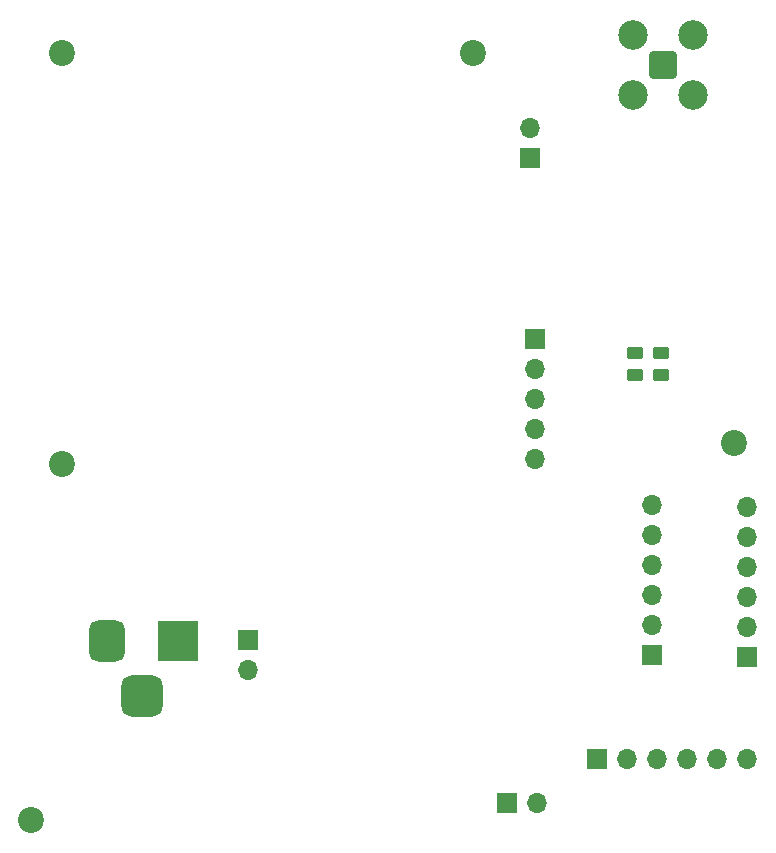
<source format=gbr>
%TF.GenerationSoftware,KiCad,Pcbnew,(6.0.7)*%
%TF.CreationDate,2022-10-02T00:57:54+02:00*%
%TF.ProjectId,sensor_modul,73656e73-6f72-45f6-9d6f-64756c2e6b69,rev?*%
%TF.SameCoordinates,Original*%
%TF.FileFunction,Soldermask,Bot*%
%TF.FilePolarity,Negative*%
%FSLAX46Y46*%
G04 Gerber Fmt 4.6, Leading zero omitted, Abs format (unit mm)*
G04 Created by KiCad (PCBNEW (6.0.7)) date 2022-10-02 00:57:54*
%MOMM*%
%LPD*%
G01*
G04 APERTURE LIST*
G04 Aperture macros list*
%AMRoundRect*
0 Rectangle with rounded corners*
0 $1 Rounding radius*
0 $2 $3 $4 $5 $6 $7 $8 $9 X,Y pos of 4 corners*
0 Add a 4 corners polygon primitive as box body*
4,1,4,$2,$3,$4,$5,$6,$7,$8,$9,$2,$3,0*
0 Add four circle primitives for the rounded corners*
1,1,$1+$1,$2,$3*
1,1,$1+$1,$4,$5*
1,1,$1+$1,$6,$7*
1,1,$1+$1,$8,$9*
0 Add four rect primitives between the rounded corners*
20,1,$1+$1,$2,$3,$4,$5,0*
20,1,$1+$1,$4,$5,$6,$7,0*
20,1,$1+$1,$6,$7,$8,$9,0*
20,1,$1+$1,$8,$9,$2,$3,0*%
G04 Aperture macros list end*
%ADD10RoundRect,0.200100X-0.949900X-0.949900X0.949900X-0.949900X0.949900X0.949900X-0.949900X0.949900X0*%
%ADD11C,2.500000*%
%ADD12C,2.200000*%
%ADD13R,3.500000X3.500000*%
%ADD14RoundRect,0.750000X-0.750000X-1.000000X0.750000X-1.000000X0.750000X1.000000X-0.750000X1.000000X0*%
%ADD15RoundRect,0.875000X-0.875000X-0.875000X0.875000X-0.875000X0.875000X0.875000X-0.875000X0.875000X0*%
%ADD16R,1.700000X1.700000*%
%ADD17O,1.700000X1.700000*%
%ADD18RoundRect,0.250000X-0.450000X0.262500X-0.450000X-0.262500X0.450000X-0.262500X0.450000X0.262500X0*%
G04 APERTURE END LIST*
D10*
%TO.C,J2*%
X117900000Y-32500000D03*
D11*
X115360000Y-35040000D03*
X115360000Y-29960000D03*
X120440000Y-29960000D03*
X120440000Y-35040000D03*
%TD*%
D12*
%TO.C,H6*%
X67000000Y-66300000D03*
%TD*%
D13*
%TO.C,J3*%
X76800000Y-81242500D03*
D14*
X70800000Y-81242500D03*
D15*
X73800000Y-85942500D03*
%TD*%
D16*
%TO.C,TH1*%
X104625000Y-95000000D03*
D17*
X107165000Y-95000000D03*
%TD*%
D16*
%TO.C,J1*%
X116900000Y-82450000D03*
D17*
X116900000Y-79910000D03*
X116900000Y-77370000D03*
X116900000Y-74830000D03*
X116900000Y-72290000D03*
X116900000Y-69750000D03*
%TD*%
D16*
%TO.C,J4*%
X112250000Y-91300000D03*
D17*
X114790000Y-91300000D03*
X117330000Y-91300000D03*
X119870000Y-91300000D03*
X122410000Y-91300000D03*
X124950000Y-91300000D03*
%TD*%
D12*
%TO.C,H2*%
X123900000Y-64500000D03*
%TD*%
D16*
%TO.C,J7*%
X107000000Y-55675000D03*
D17*
X107000000Y-58215000D03*
X107000000Y-60755000D03*
X107000000Y-63295000D03*
X107000000Y-65835000D03*
%TD*%
D16*
%TO.C,J6*%
X106600000Y-40375000D03*
D17*
X106600000Y-37835000D03*
%TD*%
D12*
%TO.C,H1*%
X64400000Y-96400000D03*
%TD*%
D16*
%TO.C,J5*%
X125000000Y-82650000D03*
D17*
X125000000Y-80110000D03*
X125000000Y-77570000D03*
X125000000Y-75030000D03*
X125000000Y-72490000D03*
X125000000Y-69950000D03*
%TD*%
D12*
%TO.C,H4*%
X101800000Y-31500000D03*
%TD*%
D16*
%TO.C,J8*%
X82700000Y-81225000D03*
D17*
X82700000Y-83765000D03*
%TD*%
D12*
%TO.C,H3*%
X67000000Y-31500000D03*
%TD*%
D18*
%TO.C,C17*%
X117700000Y-56887500D03*
X117700000Y-58712500D03*
%TD*%
%TO.C,C11*%
X115500000Y-56887500D03*
X115500000Y-58712500D03*
%TD*%
M02*

</source>
